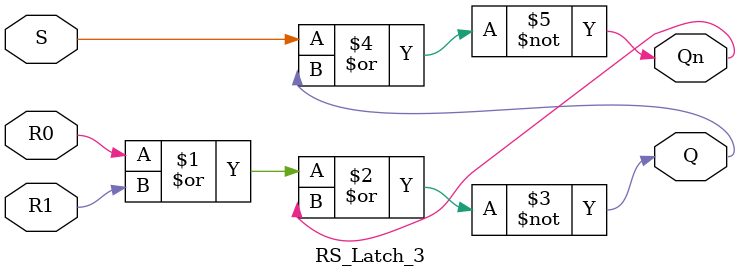
<source format=v>
`timescale 1ns / 1ps
module RS_Latch_3(
    input R0,
    input R1,
    input S,
    output Q,
    output Qn
    );
	 
assign Q = ~(R0 | R1 | Qn);
assign Qn = ~(S | Q);

endmodule

</source>
